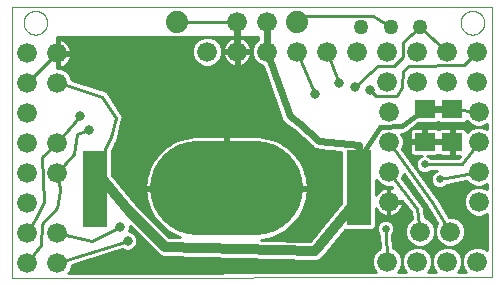
<source format=gbl>
G75*
%MOIN*%
%OFA0B0*%
%FSLAX25Y25*%
%IPPOS*%
%LPD*%
%AMOC8*
5,1,8,0,0,1.08239X$1,22.5*
%
%ADD10C,0.00000*%
%ADD11R,0.08000X0.12500*%
%ADD12C,0.31496*%
%ADD13R,0.07087X0.06299*%
%ADD14C,0.06600*%
%ADD15C,0.05000*%
%ADD16C,0.07400*%
%ADD17C,0.03200*%
%ADD18C,0.02400*%
%ADD19C,0.01000*%
%ADD20C,0.01600*%
%ADD21C,0.03200*%
%ADD22C,0.02500*%
D10*
X0005000Y0010770D02*
X0005000Y0101270D01*
X0165000Y0101270D01*
X0165000Y0011270D01*
X0005000Y0010770D01*
X0008858Y0095916D02*
X0008860Y0096041D01*
X0008866Y0096166D01*
X0008876Y0096290D01*
X0008890Y0096414D01*
X0008907Y0096538D01*
X0008929Y0096661D01*
X0008955Y0096783D01*
X0008984Y0096905D01*
X0009017Y0097025D01*
X0009055Y0097144D01*
X0009095Y0097263D01*
X0009140Y0097379D01*
X0009188Y0097494D01*
X0009240Y0097608D01*
X0009296Y0097720D01*
X0009355Y0097830D01*
X0009417Y0097938D01*
X0009483Y0098045D01*
X0009552Y0098149D01*
X0009625Y0098250D01*
X0009700Y0098350D01*
X0009779Y0098447D01*
X0009861Y0098541D01*
X0009946Y0098633D01*
X0010033Y0098722D01*
X0010124Y0098808D01*
X0010217Y0098891D01*
X0010313Y0098972D01*
X0010411Y0099049D01*
X0010511Y0099123D01*
X0010614Y0099194D01*
X0010719Y0099261D01*
X0010827Y0099326D01*
X0010936Y0099386D01*
X0011047Y0099444D01*
X0011160Y0099497D01*
X0011274Y0099547D01*
X0011390Y0099594D01*
X0011507Y0099636D01*
X0011626Y0099675D01*
X0011746Y0099711D01*
X0011867Y0099742D01*
X0011989Y0099770D01*
X0012111Y0099793D01*
X0012235Y0099813D01*
X0012359Y0099829D01*
X0012483Y0099841D01*
X0012608Y0099849D01*
X0012733Y0099853D01*
X0012857Y0099853D01*
X0012982Y0099849D01*
X0013107Y0099841D01*
X0013231Y0099829D01*
X0013355Y0099813D01*
X0013479Y0099793D01*
X0013601Y0099770D01*
X0013723Y0099742D01*
X0013844Y0099711D01*
X0013964Y0099675D01*
X0014083Y0099636D01*
X0014200Y0099594D01*
X0014316Y0099547D01*
X0014430Y0099497D01*
X0014543Y0099444D01*
X0014654Y0099386D01*
X0014764Y0099326D01*
X0014871Y0099261D01*
X0014976Y0099194D01*
X0015079Y0099123D01*
X0015179Y0099049D01*
X0015277Y0098972D01*
X0015373Y0098891D01*
X0015466Y0098808D01*
X0015557Y0098722D01*
X0015644Y0098633D01*
X0015729Y0098541D01*
X0015811Y0098447D01*
X0015890Y0098350D01*
X0015965Y0098250D01*
X0016038Y0098149D01*
X0016107Y0098045D01*
X0016173Y0097938D01*
X0016235Y0097830D01*
X0016294Y0097720D01*
X0016350Y0097608D01*
X0016402Y0097494D01*
X0016450Y0097379D01*
X0016495Y0097263D01*
X0016535Y0097144D01*
X0016573Y0097025D01*
X0016606Y0096905D01*
X0016635Y0096783D01*
X0016661Y0096661D01*
X0016683Y0096538D01*
X0016700Y0096414D01*
X0016714Y0096290D01*
X0016724Y0096166D01*
X0016730Y0096041D01*
X0016732Y0095916D01*
X0016730Y0095791D01*
X0016724Y0095666D01*
X0016714Y0095542D01*
X0016700Y0095418D01*
X0016683Y0095294D01*
X0016661Y0095171D01*
X0016635Y0095049D01*
X0016606Y0094927D01*
X0016573Y0094807D01*
X0016535Y0094688D01*
X0016495Y0094569D01*
X0016450Y0094453D01*
X0016402Y0094338D01*
X0016350Y0094224D01*
X0016294Y0094112D01*
X0016235Y0094002D01*
X0016173Y0093894D01*
X0016107Y0093787D01*
X0016038Y0093683D01*
X0015965Y0093582D01*
X0015890Y0093482D01*
X0015811Y0093385D01*
X0015729Y0093291D01*
X0015644Y0093199D01*
X0015557Y0093110D01*
X0015466Y0093024D01*
X0015373Y0092941D01*
X0015277Y0092860D01*
X0015179Y0092783D01*
X0015079Y0092709D01*
X0014976Y0092638D01*
X0014871Y0092571D01*
X0014763Y0092506D01*
X0014654Y0092446D01*
X0014543Y0092388D01*
X0014430Y0092335D01*
X0014316Y0092285D01*
X0014200Y0092238D01*
X0014083Y0092196D01*
X0013964Y0092157D01*
X0013844Y0092121D01*
X0013723Y0092090D01*
X0013601Y0092062D01*
X0013479Y0092039D01*
X0013355Y0092019D01*
X0013231Y0092003D01*
X0013107Y0091991D01*
X0012982Y0091983D01*
X0012857Y0091979D01*
X0012733Y0091979D01*
X0012608Y0091983D01*
X0012483Y0091991D01*
X0012359Y0092003D01*
X0012235Y0092019D01*
X0012111Y0092039D01*
X0011989Y0092062D01*
X0011867Y0092090D01*
X0011746Y0092121D01*
X0011626Y0092157D01*
X0011507Y0092196D01*
X0011390Y0092238D01*
X0011274Y0092285D01*
X0011160Y0092335D01*
X0011047Y0092388D01*
X0010936Y0092446D01*
X0010826Y0092506D01*
X0010719Y0092571D01*
X0010614Y0092638D01*
X0010511Y0092709D01*
X0010411Y0092783D01*
X0010313Y0092860D01*
X0010217Y0092941D01*
X0010124Y0093024D01*
X0010033Y0093110D01*
X0009946Y0093199D01*
X0009861Y0093291D01*
X0009779Y0093385D01*
X0009700Y0093482D01*
X0009625Y0093582D01*
X0009552Y0093683D01*
X0009483Y0093787D01*
X0009417Y0093894D01*
X0009355Y0094002D01*
X0009296Y0094112D01*
X0009240Y0094224D01*
X0009188Y0094338D01*
X0009140Y0094453D01*
X0009095Y0094569D01*
X0009055Y0094688D01*
X0009017Y0094807D01*
X0008984Y0094927D01*
X0008955Y0095049D01*
X0008929Y0095171D01*
X0008907Y0095294D01*
X0008890Y0095418D01*
X0008876Y0095542D01*
X0008866Y0095666D01*
X0008860Y0095791D01*
X0008858Y0095916D01*
X0154528Y0095916D02*
X0154530Y0096041D01*
X0154536Y0096166D01*
X0154546Y0096290D01*
X0154560Y0096414D01*
X0154577Y0096538D01*
X0154599Y0096661D01*
X0154625Y0096783D01*
X0154654Y0096905D01*
X0154687Y0097025D01*
X0154725Y0097144D01*
X0154765Y0097263D01*
X0154810Y0097379D01*
X0154858Y0097494D01*
X0154910Y0097608D01*
X0154966Y0097720D01*
X0155025Y0097830D01*
X0155087Y0097938D01*
X0155153Y0098045D01*
X0155222Y0098149D01*
X0155295Y0098250D01*
X0155370Y0098350D01*
X0155449Y0098447D01*
X0155531Y0098541D01*
X0155616Y0098633D01*
X0155703Y0098722D01*
X0155794Y0098808D01*
X0155887Y0098891D01*
X0155983Y0098972D01*
X0156081Y0099049D01*
X0156181Y0099123D01*
X0156284Y0099194D01*
X0156389Y0099261D01*
X0156497Y0099326D01*
X0156606Y0099386D01*
X0156717Y0099444D01*
X0156830Y0099497D01*
X0156944Y0099547D01*
X0157060Y0099594D01*
X0157177Y0099636D01*
X0157296Y0099675D01*
X0157416Y0099711D01*
X0157537Y0099742D01*
X0157659Y0099770D01*
X0157781Y0099793D01*
X0157905Y0099813D01*
X0158029Y0099829D01*
X0158153Y0099841D01*
X0158278Y0099849D01*
X0158403Y0099853D01*
X0158527Y0099853D01*
X0158652Y0099849D01*
X0158777Y0099841D01*
X0158901Y0099829D01*
X0159025Y0099813D01*
X0159149Y0099793D01*
X0159271Y0099770D01*
X0159393Y0099742D01*
X0159514Y0099711D01*
X0159634Y0099675D01*
X0159753Y0099636D01*
X0159870Y0099594D01*
X0159986Y0099547D01*
X0160100Y0099497D01*
X0160213Y0099444D01*
X0160324Y0099386D01*
X0160434Y0099326D01*
X0160541Y0099261D01*
X0160646Y0099194D01*
X0160749Y0099123D01*
X0160849Y0099049D01*
X0160947Y0098972D01*
X0161043Y0098891D01*
X0161136Y0098808D01*
X0161227Y0098722D01*
X0161314Y0098633D01*
X0161399Y0098541D01*
X0161481Y0098447D01*
X0161560Y0098350D01*
X0161635Y0098250D01*
X0161708Y0098149D01*
X0161777Y0098045D01*
X0161843Y0097938D01*
X0161905Y0097830D01*
X0161964Y0097720D01*
X0162020Y0097608D01*
X0162072Y0097494D01*
X0162120Y0097379D01*
X0162165Y0097263D01*
X0162205Y0097144D01*
X0162243Y0097025D01*
X0162276Y0096905D01*
X0162305Y0096783D01*
X0162331Y0096661D01*
X0162353Y0096538D01*
X0162370Y0096414D01*
X0162384Y0096290D01*
X0162394Y0096166D01*
X0162400Y0096041D01*
X0162402Y0095916D01*
X0162400Y0095791D01*
X0162394Y0095666D01*
X0162384Y0095542D01*
X0162370Y0095418D01*
X0162353Y0095294D01*
X0162331Y0095171D01*
X0162305Y0095049D01*
X0162276Y0094927D01*
X0162243Y0094807D01*
X0162205Y0094688D01*
X0162165Y0094569D01*
X0162120Y0094453D01*
X0162072Y0094338D01*
X0162020Y0094224D01*
X0161964Y0094112D01*
X0161905Y0094002D01*
X0161843Y0093894D01*
X0161777Y0093787D01*
X0161708Y0093683D01*
X0161635Y0093582D01*
X0161560Y0093482D01*
X0161481Y0093385D01*
X0161399Y0093291D01*
X0161314Y0093199D01*
X0161227Y0093110D01*
X0161136Y0093024D01*
X0161043Y0092941D01*
X0160947Y0092860D01*
X0160849Y0092783D01*
X0160749Y0092709D01*
X0160646Y0092638D01*
X0160541Y0092571D01*
X0160433Y0092506D01*
X0160324Y0092446D01*
X0160213Y0092388D01*
X0160100Y0092335D01*
X0159986Y0092285D01*
X0159870Y0092238D01*
X0159753Y0092196D01*
X0159634Y0092157D01*
X0159514Y0092121D01*
X0159393Y0092090D01*
X0159271Y0092062D01*
X0159149Y0092039D01*
X0159025Y0092019D01*
X0158901Y0092003D01*
X0158777Y0091991D01*
X0158652Y0091983D01*
X0158527Y0091979D01*
X0158403Y0091979D01*
X0158278Y0091983D01*
X0158153Y0091991D01*
X0158029Y0092003D01*
X0157905Y0092019D01*
X0157781Y0092039D01*
X0157659Y0092062D01*
X0157537Y0092090D01*
X0157416Y0092121D01*
X0157296Y0092157D01*
X0157177Y0092196D01*
X0157060Y0092238D01*
X0156944Y0092285D01*
X0156830Y0092335D01*
X0156717Y0092388D01*
X0156606Y0092446D01*
X0156496Y0092506D01*
X0156389Y0092571D01*
X0156284Y0092638D01*
X0156181Y0092709D01*
X0156081Y0092783D01*
X0155983Y0092860D01*
X0155887Y0092941D01*
X0155794Y0093024D01*
X0155703Y0093110D01*
X0155616Y0093199D01*
X0155531Y0093291D01*
X0155449Y0093385D01*
X0155370Y0093482D01*
X0155295Y0093582D01*
X0155222Y0093683D01*
X0155153Y0093787D01*
X0155087Y0093894D01*
X0155025Y0094002D01*
X0154966Y0094112D01*
X0154910Y0094224D01*
X0154858Y0094338D01*
X0154810Y0094453D01*
X0154765Y0094569D01*
X0154725Y0094688D01*
X0154687Y0094807D01*
X0154654Y0094927D01*
X0154625Y0095049D01*
X0154599Y0095171D01*
X0154577Y0095294D01*
X0154560Y0095418D01*
X0154546Y0095542D01*
X0154536Y0095666D01*
X0154530Y0095791D01*
X0154528Y0095916D01*
D11*
X0120500Y0047270D03*
X0120500Y0034770D03*
X0032500Y0034270D03*
X0032500Y0046770D03*
D12*
X0066658Y0040770D02*
X0086342Y0040770D01*
D13*
X0142575Y0056258D03*
X0151681Y0056258D03*
X0151681Y0067282D03*
X0142575Y0067282D03*
D14*
X0130500Y0066270D03*
X0130500Y0056270D03*
X0130500Y0046270D03*
X0130500Y0036270D03*
X0141000Y0026270D03*
X0151000Y0026270D03*
X0160500Y0036270D03*
X0160500Y0046270D03*
X0160500Y0056270D03*
X0160500Y0066270D03*
X0160000Y0076270D03*
X0150000Y0076270D03*
X0140000Y0076270D03*
X0130000Y0076270D03*
X0130000Y0086270D03*
X0120000Y0086270D03*
X0110000Y0086270D03*
X0100000Y0086270D03*
X0090000Y0086270D03*
X0080000Y0086270D03*
X0070000Y0086270D03*
X0079843Y0096309D03*
X0089843Y0096309D03*
X0140000Y0086270D03*
X0150000Y0086270D03*
X0160000Y0086270D03*
X0160000Y0016270D03*
X0150000Y0016270D03*
X0140000Y0016270D03*
X0130000Y0016270D03*
X0020000Y0015770D03*
X0010000Y0015770D03*
X0010000Y0025770D03*
X0020000Y0025770D03*
X0010000Y0035770D03*
X0010000Y0045770D03*
X0020000Y0045770D03*
X0020000Y0055770D03*
X0010000Y0055770D03*
X0010000Y0065770D03*
X0010000Y0075770D03*
X0020000Y0075770D03*
X0020000Y0085770D03*
X0010000Y0085770D03*
D15*
X0121339Y0094341D03*
X0131181Y0094341D03*
X0141024Y0094341D03*
D16*
X0099882Y0096270D03*
X0059882Y0096270D03*
D17*
X0032500Y0046770D02*
X0044000Y0033270D01*
X0056000Y0021270D01*
X0106000Y0019770D01*
X0118500Y0035270D01*
X0120500Y0034770D01*
X0032500Y0034270D02*
X0032500Y0046770D01*
D18*
X0080000Y0086270D02*
X0079843Y0096309D01*
X0089843Y0096309D02*
X0089843Y0086428D01*
X0090000Y0086270D02*
X0097500Y0064770D01*
X0100692Y0062416D01*
X0107283Y0056546D01*
X0120500Y0055270D01*
X0121000Y0051272D01*
X0121500Y0047270D01*
X0120500Y0047270D01*
X0120500Y0034770D01*
X0142575Y0067282D02*
X0151681Y0067282D01*
D19*
X0160500Y0066270D01*
X0156598Y0063101D02*
X0157668Y0062031D01*
X0159505Y0061270D01*
X0157668Y0060509D01*
X0156724Y0059566D01*
X0156724Y0059605D01*
X0156622Y0059987D01*
X0156425Y0060329D01*
X0156145Y0060608D01*
X0155803Y0060806D01*
X0155422Y0060908D01*
X0152181Y0060908D01*
X0152181Y0056758D01*
X0151181Y0056758D01*
X0151181Y0055758D01*
X0152181Y0055758D01*
X0152181Y0051609D01*
X0154353Y0051609D01*
X0153885Y0050970D01*
X0144472Y0050970D01*
X0144171Y0051271D01*
X0143356Y0051609D01*
X0146316Y0051609D01*
X0146697Y0051711D01*
X0147039Y0051908D01*
X0147128Y0051997D01*
X0147217Y0051908D01*
X0147559Y0051711D01*
X0147940Y0051609D01*
X0151181Y0051609D01*
X0151181Y0055758D01*
X0147618Y0055758D01*
X0143075Y0055758D01*
X0143075Y0056758D01*
X0151181Y0056758D01*
X0151181Y0060908D01*
X0147940Y0060908D01*
X0147559Y0060806D01*
X0147217Y0060608D01*
X0147128Y0060519D01*
X0147039Y0060608D01*
X0146697Y0060806D01*
X0146316Y0060908D01*
X0143075Y0060908D01*
X0143075Y0056758D01*
X0142075Y0056758D01*
X0142075Y0055758D01*
X0137531Y0055758D01*
X0137531Y0052911D01*
X0137634Y0052530D01*
X0137831Y0052188D01*
X0138110Y0051908D01*
X0138453Y0051711D01*
X0138834Y0051609D01*
X0141644Y0051609D01*
X0140829Y0051271D01*
X0139999Y0050441D01*
X0139550Y0049357D01*
X0139550Y0048183D01*
X0139999Y0047099D01*
X0140829Y0046269D01*
X0141913Y0045820D01*
X0143087Y0045820D01*
X0144171Y0046269D01*
X0144472Y0046570D01*
X0146551Y0046570D01*
X0145829Y0046271D01*
X0144999Y0045441D01*
X0144550Y0044357D01*
X0144550Y0043183D01*
X0144999Y0042099D01*
X0145829Y0041269D01*
X0146913Y0040820D01*
X0148087Y0040820D01*
X0149171Y0041269D01*
X0149892Y0041990D01*
X0156448Y0043251D01*
X0157668Y0042031D01*
X0159505Y0041270D01*
X0157668Y0040509D01*
X0156261Y0039102D01*
X0155500Y0037265D01*
X0155500Y0035276D01*
X0156261Y0033438D01*
X0157668Y0032031D01*
X0159505Y0031270D01*
X0161495Y0031270D01*
X0163300Y0032018D01*
X0163300Y0020041D01*
X0162832Y0020509D01*
X0160995Y0021270D01*
X0159005Y0021270D01*
X0157168Y0020509D01*
X0155761Y0019102D01*
X0155000Y0017265D01*
X0154239Y0019102D01*
X0152832Y0020509D01*
X0150995Y0021270D01*
X0149005Y0021270D01*
X0147168Y0020509D01*
X0145761Y0019102D01*
X0145000Y0017265D01*
X0144239Y0019102D01*
X0142832Y0020509D01*
X0140995Y0021270D01*
X0139005Y0021270D01*
X0137168Y0020509D01*
X0135761Y0019102D01*
X0135000Y0017265D01*
X0134239Y0019102D01*
X0132832Y0020509D01*
X0131994Y0020856D01*
X0131788Y0025386D01*
X0132001Y0025599D01*
X0132450Y0026683D01*
X0132450Y0027857D01*
X0132001Y0028941D01*
X0131171Y0029771D01*
X0130087Y0030220D01*
X0128913Y0030220D01*
X0127829Y0029771D01*
X0126999Y0028941D01*
X0126550Y0027857D01*
X0126550Y0026683D01*
X0126999Y0025599D01*
X0127392Y0025207D01*
X0127597Y0020687D01*
X0127168Y0020509D01*
X0125761Y0019102D01*
X0125000Y0017265D01*
X0125000Y0015276D01*
X0125761Y0013438D01*
X0126350Y0012849D01*
X0023830Y0012529D01*
X0024239Y0012938D01*
X0025000Y0014776D01*
X0025000Y0015056D01*
X0041778Y0020411D01*
X0042844Y0019970D01*
X0044156Y0019970D01*
X0045369Y0020472D01*
X0046298Y0021401D01*
X0046800Y0022614D01*
X0046800Y0023926D01*
X0046298Y0025139D01*
X0045369Y0026068D01*
X0044156Y0026570D01*
X0044075Y0026570D01*
X0044300Y0027114D01*
X0044300Y0028303D01*
X0053632Y0018972D01*
X0054048Y0018530D01*
X0054094Y0018509D01*
X0054131Y0018472D01*
X0054691Y0018240D01*
X0055245Y0017991D01*
X0055296Y0017990D01*
X0055344Y0017970D01*
X0055950Y0017970D01*
X0105477Y0016484D01*
X0105699Y0016419D01*
X0106127Y0016465D01*
X0106557Y0016452D01*
X0106774Y0016534D01*
X0107004Y0016559D01*
X0107382Y0016765D01*
X0107785Y0016918D01*
X0107953Y0017077D01*
X0108157Y0017188D01*
X0108427Y0017523D01*
X0108740Y0017818D01*
X0108835Y0018029D01*
X0115925Y0026820D01*
X0125204Y0026820D01*
X0126200Y0027816D01*
X0126200Y0034136D01*
X0126395Y0033754D01*
X0126839Y0033143D01*
X0127373Y0032609D01*
X0127984Y0032165D01*
X0128657Y0031822D01*
X0129376Y0031588D01*
X0130122Y0031470D01*
X0130200Y0031470D01*
X0130200Y0035970D01*
X0130800Y0035970D01*
X0130800Y0031470D01*
X0130878Y0031470D01*
X0131624Y0031588D01*
X0132343Y0031822D01*
X0133016Y0032165D01*
X0133627Y0032609D01*
X0134161Y0033143D01*
X0134605Y0033754D01*
X0134948Y0034428D01*
X0135182Y0035146D01*
X0135300Y0035892D01*
X0135300Y0035970D01*
X0130800Y0035970D01*
X0130800Y0036570D01*
X0135109Y0036570D01*
X0137896Y0032902D01*
X0138213Y0030528D01*
X0138168Y0030509D01*
X0136761Y0029102D01*
X0136000Y0027265D01*
X0136000Y0025276D01*
X0136761Y0023438D01*
X0138168Y0022031D01*
X0140005Y0021270D01*
X0141995Y0021270D01*
X0143832Y0022031D01*
X0145239Y0023438D01*
X0146000Y0025276D01*
X0146761Y0023438D01*
X0148168Y0022031D01*
X0150005Y0021270D01*
X0151995Y0021270D01*
X0153832Y0022031D01*
X0155239Y0023438D01*
X0156000Y0025276D01*
X0156000Y0027265D01*
X0155239Y0029102D01*
X0153832Y0030509D01*
X0151995Y0031270D01*
X0150566Y0031270D01*
X0147299Y0036715D01*
X0147316Y0036824D01*
X0146837Y0037484D01*
X0146418Y0038183D01*
X0146311Y0038210D01*
X0134932Y0053905D01*
X0135500Y0055276D01*
X0135500Y0057265D01*
X0134819Y0058909D01*
X0135022Y0058919D01*
X0135299Y0058886D01*
X0135514Y0058946D01*
X0135737Y0058958D01*
X0135988Y0059078D01*
X0136257Y0059153D01*
X0136433Y0059291D01*
X0136634Y0059387D01*
X0136820Y0059595D01*
X0138100Y0060598D01*
X0137831Y0060329D01*
X0137634Y0059987D01*
X0137531Y0059605D01*
X0137531Y0056758D01*
X0142075Y0056758D01*
X0142075Y0060908D01*
X0138834Y0060908D01*
X0138453Y0060806D01*
X0138121Y0060614D01*
X0140440Y0062432D01*
X0146822Y0062432D01*
X0147128Y0062738D01*
X0147434Y0062432D01*
X0155929Y0062432D01*
X0156598Y0063101D01*
X0157505Y0062194D02*
X0140137Y0062194D01*
X0138863Y0061196D02*
X0159326Y0061196D01*
X0159505Y0061270D02*
X0161495Y0061270D01*
X0163300Y0060522D01*
X0163300Y0062018D01*
X0161495Y0061270D01*
X0159505Y0061270D01*
X0157356Y0060197D02*
X0156501Y0060197D01*
X0152181Y0060197D02*
X0151181Y0060197D01*
X0151181Y0059199D02*
X0152181Y0059199D01*
X0152181Y0058200D02*
X0151181Y0058200D01*
X0151181Y0057202D02*
X0152181Y0057202D01*
X0151181Y0056203D02*
X0143075Y0056203D01*
X0143075Y0057202D02*
X0142075Y0057202D01*
X0142075Y0058200D02*
X0143075Y0058200D01*
X0143075Y0059199D02*
X0142075Y0059199D01*
X0142075Y0060197D02*
X0143075Y0060197D01*
X0142075Y0056203D02*
X0135500Y0056203D01*
X0135500Y0057202D02*
X0137531Y0057202D01*
X0137531Y0058200D02*
X0135113Y0058200D01*
X0136315Y0059199D02*
X0137531Y0059199D01*
X0137589Y0060197D02*
X0137755Y0060197D01*
X0130500Y0056270D02*
X0145000Y0036270D01*
X0151000Y0026270D01*
X0146406Y0028245D02*
X0145594Y0028245D01*
X0145239Y0029102D02*
X0143832Y0030509D01*
X0142585Y0031025D01*
X0142220Y0033767D01*
X0142303Y0034376D01*
X0142104Y0034638D01*
X0142060Y0034964D01*
X0141572Y0035337D01*
X0134978Y0044014D01*
X0135500Y0045276D01*
X0135500Y0045625D01*
X0143163Y0035056D01*
X0146751Y0029077D01*
X0146000Y0027265D01*
X0146000Y0025276D01*
X0146000Y0027265D01*
X0145239Y0029102D01*
X0145098Y0029243D02*
X0146650Y0029243D01*
X0146051Y0030242D02*
X0144099Y0030242D01*
X0145452Y0031240D02*
X0142557Y0031240D01*
X0142424Y0032239D02*
X0144853Y0032239D01*
X0144254Y0033237D02*
X0142290Y0033237D01*
X0142284Y0034236D02*
X0143655Y0034236D01*
X0143034Y0035234D02*
X0141707Y0035234D01*
X0142310Y0036233D02*
X0140892Y0036233D01*
X0141586Y0037231D02*
X0140133Y0037231D01*
X0140862Y0038230D02*
X0139374Y0038230D01*
X0138615Y0039228D02*
X0140138Y0039228D01*
X0139414Y0040227D02*
X0137856Y0040227D01*
X0137097Y0041225D02*
X0138690Y0041225D01*
X0137966Y0042224D02*
X0136338Y0042224D01*
X0135579Y0043222D02*
X0137242Y0043222D01*
X0136518Y0044221D02*
X0135063Y0044221D01*
X0135477Y0045219D02*
X0135794Y0045219D01*
X0139057Y0048215D02*
X0139550Y0048215D01*
X0139550Y0049214D02*
X0138333Y0049214D01*
X0137609Y0050212D02*
X0139904Y0050212D01*
X0140769Y0051211D02*
X0136886Y0051211D01*
X0136162Y0052209D02*
X0137819Y0052209D01*
X0137531Y0053208D02*
X0135438Y0053208D01*
X0135057Y0054206D02*
X0137531Y0054206D01*
X0137531Y0055205D02*
X0135471Y0055205D01*
X0144231Y0051211D02*
X0154062Y0051211D01*
X0152181Y0052209D02*
X0151181Y0052209D01*
X0151181Y0053208D02*
X0152181Y0053208D01*
X0152181Y0054206D02*
X0151181Y0054206D01*
X0151181Y0055205D02*
X0152181Y0055205D01*
X0155000Y0048770D02*
X0160500Y0056270D01*
X0161674Y0061196D02*
X0163300Y0061196D01*
X0155000Y0048770D02*
X0142500Y0048770D01*
X0139950Y0047216D02*
X0139781Y0047216D01*
X0140505Y0046218D02*
X0140953Y0046218D01*
X0141229Y0045219D02*
X0144907Y0045219D01*
X0144550Y0044221D02*
X0141953Y0044221D01*
X0142677Y0043222D02*
X0144550Y0043222D01*
X0144947Y0042224D02*
X0143401Y0042224D01*
X0144125Y0041225D02*
X0145935Y0041225D01*
X0144849Y0040227D02*
X0157386Y0040227D01*
X0156387Y0039228D02*
X0145573Y0039228D01*
X0146296Y0038230D02*
X0155900Y0038230D01*
X0155500Y0037231D02*
X0147020Y0037231D01*
X0147588Y0036233D02*
X0155500Y0036233D01*
X0155517Y0035234D02*
X0148187Y0035234D01*
X0148786Y0034236D02*
X0155931Y0034236D01*
X0156462Y0033237D02*
X0149385Y0033237D01*
X0149984Y0032239D02*
X0157460Y0032239D01*
X0155098Y0029243D02*
X0163300Y0029243D01*
X0163300Y0028245D02*
X0155594Y0028245D01*
X0156000Y0027246D02*
X0163300Y0027246D01*
X0163300Y0026248D02*
X0156000Y0026248D01*
X0155989Y0025249D02*
X0163300Y0025249D01*
X0163300Y0024251D02*
X0155576Y0024251D01*
X0155053Y0023252D02*
X0163300Y0023252D01*
X0163300Y0022254D02*
X0154055Y0022254D01*
X0153084Y0020257D02*
X0156916Y0020257D01*
X0155917Y0019258D02*
X0154083Y0019258D01*
X0154588Y0018260D02*
X0155412Y0018260D01*
X0155000Y0017265D02*
X0155000Y0015276D01*
X0154239Y0013438D01*
X0153736Y0012935D01*
X0156256Y0012943D01*
X0155761Y0013438D01*
X0155000Y0015276D01*
X0155000Y0017265D01*
X0155000Y0017261D02*
X0155000Y0017261D01*
X0155000Y0016263D02*
X0155000Y0016263D01*
X0154995Y0015264D02*
X0155005Y0015264D01*
X0155418Y0014266D02*
X0154582Y0014266D01*
X0154068Y0013267D02*
X0155932Y0013267D01*
X0146287Y0012912D02*
X0143704Y0012904D01*
X0144239Y0013438D01*
X0145000Y0015276D01*
X0145000Y0017265D01*
X0145000Y0015276D01*
X0145761Y0013438D01*
X0146287Y0012912D01*
X0145932Y0013267D02*
X0144068Y0013267D01*
X0144582Y0014266D02*
X0145418Y0014266D01*
X0145005Y0015264D02*
X0144995Y0015264D01*
X0145000Y0016263D02*
X0145000Y0016263D01*
X0145000Y0017261D02*
X0145000Y0017261D01*
X0144588Y0018260D02*
X0145412Y0018260D01*
X0145917Y0019258D02*
X0144083Y0019258D01*
X0143084Y0020257D02*
X0146916Y0020257D01*
X0148970Y0021255D02*
X0141030Y0021255D01*
X0138970Y0021255D02*
X0131976Y0021255D01*
X0131930Y0022254D02*
X0137945Y0022254D01*
X0136947Y0023252D02*
X0131885Y0023252D01*
X0131840Y0024251D02*
X0136424Y0024251D01*
X0136011Y0025249D02*
X0131794Y0025249D01*
X0132270Y0026248D02*
X0136000Y0026248D01*
X0136000Y0027246D02*
X0132450Y0027246D01*
X0132289Y0028245D02*
X0136406Y0028245D01*
X0136902Y0029243D02*
X0131699Y0029243D01*
X0129500Y0027270D02*
X0130000Y0016270D01*
X0135000Y0016263D02*
X0135000Y0016263D01*
X0135000Y0015276D02*
X0135000Y0017265D01*
X0135000Y0015276D01*
X0134239Y0013438D01*
X0133673Y0012872D01*
X0136319Y0012880D01*
X0135761Y0013438D01*
X0135000Y0015276D01*
X0134995Y0015264D02*
X0135005Y0015264D01*
X0135418Y0014266D02*
X0134582Y0014266D01*
X0134068Y0013267D02*
X0135932Y0013267D01*
X0135000Y0017261D02*
X0135000Y0017261D01*
X0134588Y0018260D02*
X0135412Y0018260D01*
X0135917Y0019258D02*
X0134083Y0019258D01*
X0133084Y0020257D02*
X0136916Y0020257D01*
X0144055Y0022254D02*
X0147945Y0022254D01*
X0146947Y0023252D02*
X0145053Y0023252D01*
X0145576Y0024251D02*
X0146424Y0024251D01*
X0146011Y0025249D02*
X0145989Y0025249D01*
X0146000Y0026248D02*
X0146000Y0026248D01*
X0146000Y0027246D02*
X0146000Y0027246D01*
X0141000Y0026270D02*
X0140000Y0033770D01*
X0130500Y0046270D01*
X0126477Y0043222D02*
X0126200Y0043222D01*
X0126261Y0043438D02*
X0127668Y0042031D01*
X0129505Y0041270D01*
X0131495Y0041270D01*
X0131527Y0041283D01*
X0131829Y0040885D01*
X0131624Y0040952D01*
X0130878Y0041070D01*
X0130800Y0041070D01*
X0130800Y0036570D01*
X0130200Y0036570D01*
X0130200Y0041070D01*
X0130122Y0041070D01*
X0129376Y0040952D01*
X0128657Y0040718D01*
X0127984Y0040375D01*
X0127373Y0039931D01*
X0126839Y0039397D01*
X0126395Y0038786D01*
X0126200Y0038404D01*
X0126200Y0043586D01*
X0126261Y0043438D01*
X0126200Y0042224D02*
X0127475Y0042224D01*
X0126200Y0041225D02*
X0131571Y0041225D01*
X0130800Y0040227D02*
X0130200Y0040227D01*
X0130200Y0039228D02*
X0130800Y0039228D01*
X0130800Y0038230D02*
X0130200Y0038230D01*
X0130200Y0037231D02*
X0130800Y0037231D01*
X0130800Y0036233D02*
X0135365Y0036233D01*
X0135196Y0035234D02*
X0136124Y0035234D01*
X0136883Y0034236D02*
X0134851Y0034236D01*
X0134230Y0033237D02*
X0137642Y0033237D01*
X0137985Y0032239D02*
X0133118Y0032239D01*
X0130800Y0032239D02*
X0130200Y0032239D01*
X0130200Y0033237D02*
X0130800Y0033237D01*
X0130800Y0034236D02*
X0130200Y0034236D01*
X0130200Y0035234D02*
X0130800Y0035234D01*
X0126770Y0033237D02*
X0126200Y0033237D01*
X0126200Y0032239D02*
X0127882Y0032239D01*
X0126200Y0031240D02*
X0138118Y0031240D01*
X0137901Y0030242D02*
X0126200Y0030242D01*
X0126200Y0029243D02*
X0127301Y0029243D01*
X0126711Y0028245D02*
X0126200Y0028245D01*
X0126550Y0027246D02*
X0125630Y0027246D01*
X0126730Y0026248D02*
X0115463Y0026248D01*
X0114658Y0025249D02*
X0127349Y0025249D01*
X0127435Y0024251D02*
X0113853Y0024251D01*
X0113048Y0023252D02*
X0127480Y0023252D01*
X0127526Y0022254D02*
X0112242Y0022254D01*
X0111437Y0021255D02*
X0127571Y0021255D01*
X0126916Y0020257D02*
X0110632Y0020257D01*
X0109827Y0019258D02*
X0125917Y0019258D01*
X0125412Y0018260D02*
X0109021Y0018260D01*
X0108216Y0017261D02*
X0125000Y0017261D01*
X0125000Y0016263D02*
X0028779Y0016263D01*
X0031908Y0017261D02*
X0079582Y0017261D01*
X0088088Y0023609D02*
X0088596Y0023653D01*
X0090079Y0023915D01*
X0091534Y0024305D01*
X0092949Y0024820D01*
X0094314Y0025456D01*
X0095619Y0026209D01*
X0096852Y0027073D01*
X0098006Y0028041D01*
X0099071Y0029106D01*
X0100039Y0030260D01*
X0100903Y0031494D01*
X0101656Y0032798D01*
X0102293Y0034163D01*
X0102808Y0035579D01*
X0103198Y0037033D01*
X0103459Y0038517D01*
X0103591Y0040017D01*
X0103591Y0040270D01*
X0077000Y0040270D01*
X0077000Y0041270D01*
X0103591Y0041270D01*
X0103591Y0041523D01*
X0103459Y0043024D01*
X0103198Y0044507D01*
X0102808Y0045962D01*
X0102293Y0047377D01*
X0101656Y0048742D01*
X0100903Y0050046D01*
X0100039Y0051280D01*
X0099071Y0052434D01*
X0098006Y0053499D01*
X0096852Y0054467D01*
X0095619Y0055331D01*
X0094314Y0056084D01*
X0092949Y0056720D01*
X0091534Y0057235D01*
X0090079Y0057625D01*
X0088596Y0057887D01*
X0087096Y0058018D01*
X0077000Y0058018D01*
X0077000Y0041270D01*
X0076000Y0041270D01*
X0076000Y0040270D01*
X0049409Y0040270D01*
X0049409Y0040017D01*
X0049541Y0038517D01*
X0049802Y0037033D01*
X0050192Y0035579D01*
X0050707Y0034163D01*
X0051344Y0032798D01*
X0052097Y0031494D01*
X0052961Y0030260D01*
X0053929Y0029106D01*
X0054994Y0028041D01*
X0056148Y0027073D01*
X0057381Y0026209D01*
X0058686Y0025456D01*
X0060051Y0024820D01*
X0061158Y0024417D01*
X0057408Y0024529D01*
X0046427Y0035510D01*
X0038200Y0045168D01*
X0038200Y0053251D01*
X0039691Y0056233D01*
X0039939Y0056387D01*
X0040085Y0057020D01*
X0040375Y0057601D01*
X0040283Y0057879D01*
X0041442Y0062903D01*
X0041456Y0062912D01*
X0041647Y0063789D01*
X0041849Y0064663D01*
X0041840Y0064677D01*
X0041843Y0064693D01*
X0041358Y0065448D01*
X0040883Y0066209D01*
X0040867Y0066213D01*
X0036915Y0072360D01*
X0036560Y0073069D01*
X0036431Y0073112D01*
X0036358Y0073226D01*
X0035583Y0073395D01*
X0024924Y0076948D01*
X0024239Y0078602D01*
X0022832Y0080009D01*
X0020995Y0080770D01*
X0020000Y0080770D01*
X0020000Y0085270D01*
X0020500Y0085270D01*
X0020500Y0080989D01*
X0021124Y0081088D01*
X0021843Y0081322D01*
X0022516Y0081665D01*
X0023127Y0082109D01*
X0023661Y0082643D01*
X0024105Y0083254D01*
X0024448Y0083928D01*
X0024682Y0084646D01*
X0024781Y0085270D01*
X0020500Y0085270D01*
X0020500Y0086270D01*
X0024781Y0086270D01*
X0024682Y0086894D01*
X0024448Y0087613D01*
X0024105Y0088286D01*
X0023661Y0088897D01*
X0023127Y0089431D01*
X0022516Y0089875D01*
X0021843Y0090218D01*
X0021124Y0090452D01*
X0020500Y0090551D01*
X0020500Y0086270D01*
X0020000Y0086270D01*
X0020000Y0091270D01*
X0058443Y0091270D01*
X0058664Y0091198D01*
X0059473Y0091070D01*
X0059496Y0091070D01*
X0059496Y0091270D01*
X0060268Y0091270D01*
X0060268Y0091070D01*
X0060291Y0091070D01*
X0061100Y0091198D01*
X0061321Y0091270D01*
X0086943Y0091270D01*
X0086943Y0090284D01*
X0085761Y0089102D01*
X0085000Y0087265D01*
X0085000Y0085276D01*
X0085761Y0083438D01*
X0087168Y0082031D01*
X0088617Y0081431D01*
X0094673Y0064070D01*
X0094719Y0063766D01*
X0094861Y0063530D01*
X0094952Y0063270D01*
X0095156Y0063041D01*
X0095315Y0062778D01*
X0095536Y0062615D01*
X0095720Y0062409D01*
X0095996Y0062276D01*
X0098864Y0060161D01*
X0105188Y0054529D01*
X0105412Y0054256D01*
X0105614Y0054149D01*
X0105785Y0053996D01*
X0106119Y0053880D01*
X0106431Y0053714D01*
X0106659Y0053692D01*
X0106875Y0053617D01*
X0107228Y0053638D01*
X0114800Y0052907D01*
X0114800Y0035939D01*
X0104460Y0023118D01*
X0088088Y0023609D01*
X0091333Y0024251D02*
X0105374Y0024251D01*
X0106179Y0025249D02*
X0093870Y0025249D01*
X0095673Y0026248D02*
X0106985Y0026248D01*
X0107790Y0027246D02*
X0097059Y0027246D01*
X0098210Y0028245D02*
X0108595Y0028245D01*
X0109400Y0029243D02*
X0099186Y0029243D01*
X0100024Y0030242D02*
X0110206Y0030242D01*
X0111011Y0031240D02*
X0100726Y0031240D01*
X0101333Y0032239D02*
X0111816Y0032239D01*
X0112621Y0033237D02*
X0101861Y0033237D01*
X0102319Y0034236D02*
X0113427Y0034236D01*
X0114232Y0035234D02*
X0102683Y0035234D01*
X0102983Y0036233D02*
X0114800Y0036233D01*
X0114800Y0037231D02*
X0103233Y0037231D01*
X0103409Y0038230D02*
X0114800Y0038230D01*
X0114800Y0039228D02*
X0103522Y0039228D01*
X0103591Y0040227D02*
X0114800Y0040227D01*
X0114800Y0041225D02*
X0077000Y0041225D01*
X0077000Y0042224D02*
X0076000Y0042224D01*
X0076000Y0041270D02*
X0076000Y0058018D01*
X0065904Y0058018D01*
X0064404Y0057887D01*
X0062921Y0057625D01*
X0061466Y0057235D01*
X0060051Y0056720D01*
X0058686Y0056084D01*
X0057381Y0055331D01*
X0056148Y0054467D01*
X0054994Y0053499D01*
X0053929Y0052434D01*
X0052961Y0051280D01*
X0052097Y0050046D01*
X0051344Y0048742D01*
X0050707Y0047377D01*
X0050192Y0045962D01*
X0049802Y0044507D01*
X0049541Y0043024D01*
X0049409Y0041523D01*
X0049409Y0041270D01*
X0076000Y0041270D01*
X0076000Y0041225D02*
X0041558Y0041225D01*
X0042409Y0040227D02*
X0049409Y0040227D01*
X0049478Y0039228D02*
X0043259Y0039228D01*
X0044110Y0038230D02*
X0049591Y0038230D01*
X0049767Y0037231D02*
X0044961Y0037231D01*
X0045811Y0036233D02*
X0050017Y0036233D01*
X0050317Y0035234D02*
X0046703Y0035234D01*
X0047701Y0034236D02*
X0050681Y0034236D01*
X0051139Y0033237D02*
X0048700Y0033237D01*
X0049698Y0032239D02*
X0051667Y0032239D01*
X0052274Y0031240D02*
X0050697Y0031240D01*
X0051695Y0030242D02*
X0052976Y0030242D01*
X0052694Y0029243D02*
X0053814Y0029243D01*
X0053692Y0028245D02*
X0054790Y0028245D01*
X0054691Y0027246D02*
X0055941Y0027246D01*
X0055689Y0026248D02*
X0057326Y0026248D01*
X0056688Y0025249D02*
X0059130Y0025249D01*
X0052346Y0020257D02*
X0044848Y0020257D01*
X0046152Y0021255D02*
X0051348Y0021255D01*
X0050349Y0022254D02*
X0046651Y0022254D01*
X0046800Y0023252D02*
X0049351Y0023252D01*
X0048352Y0024251D02*
X0046666Y0024251D01*
X0046188Y0025249D02*
X0047354Y0025249D01*
X0046355Y0026248D02*
X0044935Y0026248D01*
X0045357Y0027246D02*
X0044300Y0027246D01*
X0044300Y0028245D02*
X0044358Y0028245D01*
X0041000Y0027770D02*
X0031500Y0023270D01*
X0020000Y0025770D01*
X0015000Y0028770D02*
X0020000Y0034270D01*
X0021000Y0039770D01*
X0020500Y0043270D01*
X0020000Y0045770D01*
X0025500Y0052270D01*
X0026500Y0058770D01*
X0030500Y0060270D01*
X0038000Y0057770D02*
X0032500Y0046770D01*
X0038200Y0047216D02*
X0050649Y0047216D01*
X0050285Y0046218D02*
X0038200Y0046218D01*
X0038200Y0045219D02*
X0049993Y0045219D01*
X0049752Y0044221D02*
X0039006Y0044221D01*
X0039857Y0043222D02*
X0049576Y0043222D01*
X0049471Y0042224D02*
X0040708Y0042224D01*
X0038200Y0048215D02*
X0051098Y0048215D01*
X0051616Y0049214D02*
X0038200Y0049214D01*
X0038200Y0050212D02*
X0052213Y0050212D01*
X0052912Y0051211D02*
X0038200Y0051211D01*
X0038200Y0052209D02*
X0053740Y0052209D01*
X0054703Y0053208D02*
X0038200Y0053208D01*
X0038678Y0054206D02*
X0055837Y0054206D01*
X0057201Y0055205D02*
X0039177Y0055205D01*
X0039676Y0056203D02*
X0058941Y0056203D01*
X0061373Y0057202D02*
X0040175Y0057202D01*
X0040357Y0058200D02*
X0101066Y0058200D01*
X0102187Y0057202D02*
X0091627Y0057202D01*
X0094059Y0056203D02*
X0103308Y0056203D01*
X0104429Y0055205D02*
X0095799Y0055205D01*
X0097163Y0054206D02*
X0105507Y0054206D01*
X0100787Y0050212D02*
X0114800Y0050212D01*
X0114800Y0049214D02*
X0101384Y0049214D01*
X0101902Y0048215D02*
X0114800Y0048215D01*
X0114800Y0047216D02*
X0102351Y0047216D01*
X0102715Y0046218D02*
X0114800Y0046218D01*
X0114800Y0045219D02*
X0103007Y0045219D01*
X0103248Y0044221D02*
X0114800Y0044221D01*
X0114800Y0043222D02*
X0103424Y0043222D01*
X0103529Y0042224D02*
X0114800Y0042224D01*
X0126200Y0040227D02*
X0127780Y0040227D01*
X0126716Y0039228D02*
X0126200Y0039228D01*
X0144047Y0046218D02*
X0145776Y0046218D01*
X0147500Y0043770D02*
X0160500Y0046270D01*
X0156477Y0043222D02*
X0156302Y0043222D01*
X0157475Y0042224D02*
X0151110Y0042224D01*
X0149065Y0041225D02*
X0159398Y0041225D01*
X0159505Y0041270D02*
X0161495Y0041270D01*
X0163300Y0040522D01*
X0163300Y0042018D01*
X0161495Y0041270D01*
X0159505Y0041270D01*
X0161602Y0041225D02*
X0163300Y0041225D01*
X0163300Y0031240D02*
X0152066Y0031240D01*
X0154099Y0030242D02*
X0163300Y0030242D01*
X0163300Y0021255D02*
X0161030Y0021255D01*
X0158970Y0021255D02*
X0151030Y0021255D01*
X0163084Y0020257D02*
X0163300Y0020257D01*
X0125932Y0013267D02*
X0024375Y0013267D01*
X0024789Y0014266D02*
X0125418Y0014266D01*
X0125005Y0015264D02*
X0025651Y0015264D01*
X0020000Y0015770D02*
X0043500Y0023270D01*
X0042152Y0020257D02*
X0041294Y0020257D01*
X0038165Y0019258D02*
X0053345Y0019258D01*
X0054644Y0018260D02*
X0035037Y0018260D01*
X0014500Y0021770D02*
X0015000Y0028770D01*
X0013000Y0030770D02*
X0015500Y0036270D01*
X0015000Y0051270D01*
X0020000Y0055770D01*
X0027500Y0064770D01*
X0035000Y0071270D02*
X0039500Y0064270D01*
X0038000Y0057770D01*
X0040587Y0059199D02*
X0099944Y0059199D01*
X0098815Y0060197D02*
X0040818Y0060197D01*
X0041048Y0061196D02*
X0097461Y0061196D01*
X0096107Y0062194D02*
X0041279Y0062194D01*
X0041517Y0063193D02*
X0095021Y0063193D01*
X0094631Y0064191D02*
X0041740Y0064191D01*
X0041524Y0065190D02*
X0094282Y0065190D01*
X0093934Y0066188D02*
X0040896Y0066188D01*
X0040240Y0067187D02*
X0093586Y0067187D01*
X0093237Y0068185D02*
X0039598Y0068185D01*
X0038957Y0069184D02*
X0092889Y0069184D01*
X0092541Y0070182D02*
X0038315Y0070182D01*
X0037673Y0071181D02*
X0092192Y0071181D01*
X0091844Y0072179D02*
X0037031Y0072179D01*
X0036389Y0073178D02*
X0091496Y0073178D01*
X0091147Y0074176D02*
X0033238Y0074176D01*
X0030243Y0075175D02*
X0090799Y0075175D01*
X0090451Y0076173D02*
X0027247Y0076173D01*
X0024831Y0077172D02*
X0090102Y0077172D01*
X0089754Y0078170D02*
X0024418Y0078170D01*
X0023672Y0079169D02*
X0089406Y0079169D01*
X0089057Y0080167D02*
X0022450Y0080167D01*
X0021363Y0081166D02*
X0088709Y0081166D01*
X0087035Y0082164D02*
X0082515Y0082164D01*
X0082516Y0082165D02*
X0083127Y0082609D01*
X0083661Y0083143D01*
X0084105Y0083754D01*
X0084448Y0084428D01*
X0084682Y0085146D01*
X0084781Y0085770D01*
X0080500Y0085770D01*
X0080500Y0081489D01*
X0081124Y0081588D01*
X0081843Y0081822D01*
X0082516Y0082165D01*
X0083676Y0083163D02*
X0086036Y0083163D01*
X0085461Y0084161D02*
X0084313Y0084161D01*
X0084684Y0085160D02*
X0085048Y0085160D01*
X0085000Y0086158D02*
X0080500Y0086158D01*
X0080500Y0085770D02*
X0080500Y0086770D01*
X0084781Y0086770D01*
X0084682Y0087394D01*
X0084448Y0088113D01*
X0084105Y0088786D01*
X0083661Y0089397D01*
X0083127Y0089931D01*
X0082516Y0090375D01*
X0081843Y0090718D01*
X0081124Y0090952D01*
X0080500Y0091051D01*
X0080500Y0086770D01*
X0079500Y0086770D01*
X0079500Y0085770D01*
X0080500Y0085770D01*
X0080500Y0085160D02*
X0079500Y0085160D01*
X0079500Y0085770D02*
X0079500Y0081489D01*
X0078876Y0081588D01*
X0078157Y0081822D01*
X0077484Y0082165D01*
X0076873Y0082609D01*
X0076339Y0083143D01*
X0075895Y0083754D01*
X0075552Y0084428D01*
X0075318Y0085146D01*
X0075219Y0085770D01*
X0079500Y0085770D01*
X0079500Y0086158D02*
X0075000Y0086158D01*
X0075219Y0086770D02*
X0079500Y0086770D01*
X0079500Y0091051D01*
X0078876Y0090952D01*
X0078157Y0090718D01*
X0077484Y0090375D01*
X0076873Y0089931D01*
X0076339Y0089397D01*
X0075895Y0088786D01*
X0075552Y0088113D01*
X0075318Y0087394D01*
X0075219Y0086770D01*
X0075281Y0087157D02*
X0075000Y0087157D01*
X0075000Y0087265D02*
X0074239Y0089102D01*
X0072832Y0090509D01*
X0070995Y0091270D01*
X0069005Y0091270D01*
X0067168Y0090509D01*
X0065761Y0089102D01*
X0065000Y0087265D01*
X0065000Y0085276D01*
X0065761Y0083438D01*
X0067168Y0082031D01*
X0069005Y0081270D01*
X0070995Y0081270D01*
X0072832Y0082031D01*
X0074239Y0083438D01*
X0075000Y0085276D01*
X0075000Y0087265D01*
X0074631Y0088155D02*
X0075573Y0088155D01*
X0076162Y0089154D02*
X0074187Y0089154D01*
X0073189Y0090152D02*
X0077177Y0090152D01*
X0079500Y0090152D02*
X0080500Y0090152D01*
X0080500Y0089154D02*
X0079500Y0089154D01*
X0079500Y0088155D02*
X0080500Y0088155D01*
X0080500Y0087157D02*
X0079500Y0087157D01*
X0083838Y0089154D02*
X0085813Y0089154D01*
X0085369Y0088155D02*
X0084427Y0088155D01*
X0084719Y0087157D02*
X0085000Y0087157D01*
X0086811Y0090152D02*
X0082823Y0090152D01*
X0086943Y0091151D02*
X0071282Y0091151D01*
X0068718Y0091151D02*
X0060802Y0091151D01*
X0060268Y0091151D02*
X0059496Y0091151D01*
X0058962Y0091151D02*
X0020000Y0091151D01*
X0020000Y0090152D02*
X0020500Y0090152D01*
X0020500Y0089154D02*
X0020000Y0089154D01*
X0020000Y0088155D02*
X0020500Y0088155D01*
X0020500Y0087157D02*
X0020000Y0087157D01*
X0020500Y0086158D02*
X0065000Y0086158D01*
X0065000Y0087157D02*
X0024596Y0087157D01*
X0024172Y0088155D02*
X0065369Y0088155D01*
X0065813Y0089154D02*
X0023404Y0089154D01*
X0021972Y0090152D02*
X0066811Y0090152D01*
X0065048Y0085160D02*
X0024763Y0085160D01*
X0024524Y0084161D02*
X0065461Y0084161D01*
X0066036Y0083163D02*
X0024039Y0083163D01*
X0023183Y0082164D02*
X0067035Y0082164D01*
X0072965Y0082164D02*
X0077485Y0082164D01*
X0076324Y0083163D02*
X0073964Y0083163D01*
X0074539Y0084161D02*
X0075687Y0084161D01*
X0075316Y0085160D02*
X0074952Y0085160D01*
X0079500Y0084161D02*
X0080500Y0084161D01*
X0080500Y0083163D02*
X0079500Y0083163D01*
X0079500Y0082164D02*
X0080500Y0082164D01*
X0089843Y0086428D02*
X0090000Y0086270D01*
X0100000Y0086270D02*
X0105862Y0072282D01*
X0113874Y0075813D02*
X0110000Y0086270D01*
X0119488Y0074656D02*
X0124606Y0079380D01*
X0126969Y0081349D01*
X0132480Y0081349D01*
X0135236Y0084498D01*
X0135236Y0089617D01*
X0141024Y0094341D01*
X0150000Y0086270D01*
X0155709Y0081743D02*
X0160000Y0086270D01*
X0155709Y0081743D02*
X0137205Y0081349D01*
X0135236Y0079774D01*
X0134843Y0074656D01*
X0133268Y0071506D01*
X0126181Y0071506D01*
X0124213Y0073475D01*
X0131181Y0094341D02*
X0125394Y0098278D01*
X0103346Y0098278D01*
X0099882Y0096270D01*
X0079843Y0096309D02*
X0059882Y0096270D01*
X0020500Y0085160D02*
X0020000Y0085160D01*
X0020000Y0085770D02*
X0010000Y0075770D01*
X0020000Y0075770D02*
X0020000Y0076270D01*
X0035000Y0071270D01*
X0020500Y0081166D02*
X0020000Y0081166D01*
X0020000Y0082164D02*
X0020500Y0082164D01*
X0020500Y0083163D02*
X0020000Y0083163D01*
X0020000Y0084161D02*
X0020500Y0084161D01*
X0076000Y0057202D02*
X0077000Y0057202D01*
X0077000Y0056203D02*
X0076000Y0056203D01*
X0076000Y0055205D02*
X0077000Y0055205D01*
X0077000Y0054206D02*
X0076000Y0054206D01*
X0076000Y0053208D02*
X0077000Y0053208D01*
X0077000Y0052209D02*
X0076000Y0052209D01*
X0076000Y0051211D02*
X0077000Y0051211D01*
X0077000Y0050212D02*
X0076000Y0050212D01*
X0076000Y0049214D02*
X0077000Y0049214D01*
X0077000Y0048215D02*
X0076000Y0048215D01*
X0076000Y0047216D02*
X0077000Y0047216D01*
X0077000Y0046218D02*
X0076000Y0046218D01*
X0076000Y0045219D02*
X0077000Y0045219D01*
X0077000Y0044221D02*
X0076000Y0044221D01*
X0076000Y0043222D02*
X0077000Y0043222D01*
X0098297Y0053208D02*
X0111683Y0053208D01*
X0114800Y0052209D02*
X0099260Y0052209D01*
X0100088Y0051211D02*
X0114800Y0051211D01*
X0104569Y0023252D02*
X0099978Y0023252D01*
X0014500Y0021770D02*
X0010000Y0015770D01*
X0010000Y0025770D02*
X0013000Y0030770D01*
D20*
X0121000Y0051272D02*
X0123937Y0055640D01*
X0127756Y0061034D01*
X0135106Y0061428D01*
X0142575Y0067282D01*
D21*
X0124213Y0073475D03*
X0119488Y0074656D03*
X0113874Y0075813D03*
X0105862Y0072282D03*
X0108244Y0050195D03*
X0108244Y0044802D03*
X0108244Y0039802D03*
X0108244Y0034802D03*
X0043500Y0023270D03*
X0041000Y0027770D03*
X0030500Y0060270D03*
X0027500Y0064770D03*
D22*
X0129500Y0027270D03*
X0147500Y0043770D03*
X0142500Y0048770D03*
M02*

</source>
